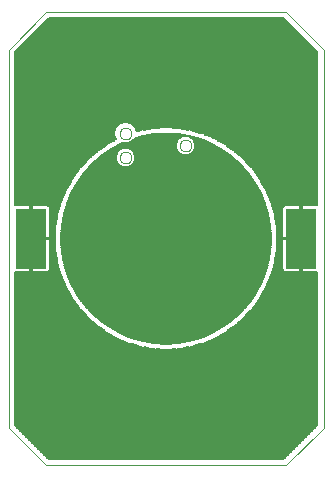
<source format=gbl>
G75*
%MOIN*%
%OFA0B0*%
%FSLAX25Y25*%
%IPPOS*%
%LPD*%
%AMOC8*
5,1,8,0,0,1.08239X$1,22.5*
%
%ADD10C,0.00400*%
%ADD11C,0.35000*%
%ADD12R,0.10000X0.20000*%
%ADD13C,0.00000*%
%ADD14C,0.00500*%
%ADD15C,0.03169*%
D10*
X0013750Y0001250D02*
X0001250Y0013750D01*
X0001250Y0139750D01*
X0013750Y0152250D01*
X0093750Y0152250D01*
X0106250Y0139750D01*
X0106250Y0013750D01*
X0093750Y0001250D01*
X0013750Y0001250D01*
D11*
X0053750Y0076750D03*
D12*
X0098750Y0076750D03*
X0008750Y0076750D03*
D13*
X0038300Y0103750D02*
X0038302Y0103838D01*
X0038308Y0103926D01*
X0038318Y0104014D01*
X0038332Y0104101D01*
X0038350Y0104187D01*
X0038371Y0104272D01*
X0038397Y0104357D01*
X0038426Y0104440D01*
X0038459Y0104522D01*
X0038496Y0104602D01*
X0038536Y0104680D01*
X0038580Y0104757D01*
X0038627Y0104831D01*
X0038678Y0104903D01*
X0038731Y0104973D01*
X0038788Y0105041D01*
X0038848Y0105105D01*
X0038911Y0105167D01*
X0038976Y0105226D01*
X0039044Y0105282D01*
X0039115Y0105335D01*
X0039187Y0105385D01*
X0039262Y0105431D01*
X0039339Y0105474D01*
X0039418Y0105514D01*
X0039499Y0105549D01*
X0039581Y0105582D01*
X0039664Y0105610D01*
X0039749Y0105635D01*
X0039835Y0105655D01*
X0039921Y0105672D01*
X0040008Y0105685D01*
X0040096Y0105694D01*
X0040184Y0105699D01*
X0040272Y0105700D01*
X0040360Y0105697D01*
X0040448Y0105690D01*
X0040535Y0105679D01*
X0040622Y0105664D01*
X0040708Y0105645D01*
X0040794Y0105623D01*
X0040878Y0105596D01*
X0040960Y0105566D01*
X0041042Y0105532D01*
X0041122Y0105494D01*
X0041199Y0105453D01*
X0041275Y0105409D01*
X0041349Y0105361D01*
X0041421Y0105309D01*
X0041490Y0105255D01*
X0041557Y0105197D01*
X0041621Y0105137D01*
X0041682Y0105073D01*
X0041741Y0105007D01*
X0041796Y0104939D01*
X0041848Y0104867D01*
X0041897Y0104794D01*
X0041942Y0104719D01*
X0041984Y0104641D01*
X0042023Y0104562D01*
X0042058Y0104481D01*
X0042089Y0104398D01*
X0042116Y0104315D01*
X0042140Y0104230D01*
X0042160Y0104144D01*
X0042176Y0104057D01*
X0042188Y0103970D01*
X0042196Y0103882D01*
X0042200Y0103794D01*
X0042200Y0103706D01*
X0042196Y0103618D01*
X0042188Y0103530D01*
X0042176Y0103443D01*
X0042160Y0103356D01*
X0042140Y0103270D01*
X0042116Y0103185D01*
X0042089Y0103102D01*
X0042058Y0103019D01*
X0042023Y0102938D01*
X0041984Y0102859D01*
X0041942Y0102781D01*
X0041897Y0102706D01*
X0041848Y0102633D01*
X0041796Y0102561D01*
X0041741Y0102493D01*
X0041682Y0102427D01*
X0041621Y0102363D01*
X0041557Y0102303D01*
X0041490Y0102245D01*
X0041421Y0102191D01*
X0041349Y0102139D01*
X0041275Y0102091D01*
X0041199Y0102047D01*
X0041122Y0102006D01*
X0041042Y0101968D01*
X0040960Y0101934D01*
X0040878Y0101904D01*
X0040794Y0101877D01*
X0040708Y0101855D01*
X0040622Y0101836D01*
X0040535Y0101821D01*
X0040448Y0101810D01*
X0040360Y0101803D01*
X0040272Y0101800D01*
X0040184Y0101801D01*
X0040096Y0101806D01*
X0040008Y0101815D01*
X0039921Y0101828D01*
X0039835Y0101845D01*
X0039749Y0101865D01*
X0039664Y0101890D01*
X0039581Y0101918D01*
X0039499Y0101951D01*
X0039418Y0101986D01*
X0039339Y0102026D01*
X0039262Y0102069D01*
X0039187Y0102115D01*
X0039115Y0102165D01*
X0039044Y0102218D01*
X0038976Y0102274D01*
X0038911Y0102333D01*
X0038848Y0102395D01*
X0038788Y0102459D01*
X0038731Y0102527D01*
X0038678Y0102597D01*
X0038627Y0102669D01*
X0038580Y0102743D01*
X0038536Y0102820D01*
X0038496Y0102898D01*
X0038459Y0102978D01*
X0038426Y0103060D01*
X0038397Y0103143D01*
X0038371Y0103228D01*
X0038350Y0103313D01*
X0038332Y0103399D01*
X0038318Y0103486D01*
X0038308Y0103574D01*
X0038302Y0103662D01*
X0038300Y0103750D01*
X0038300Y0111750D02*
X0038302Y0111838D01*
X0038308Y0111926D01*
X0038318Y0112014D01*
X0038332Y0112101D01*
X0038350Y0112187D01*
X0038371Y0112272D01*
X0038397Y0112357D01*
X0038426Y0112440D01*
X0038459Y0112522D01*
X0038496Y0112602D01*
X0038536Y0112680D01*
X0038580Y0112757D01*
X0038627Y0112831D01*
X0038678Y0112903D01*
X0038731Y0112973D01*
X0038788Y0113041D01*
X0038848Y0113105D01*
X0038911Y0113167D01*
X0038976Y0113226D01*
X0039044Y0113282D01*
X0039115Y0113335D01*
X0039187Y0113385D01*
X0039262Y0113431D01*
X0039339Y0113474D01*
X0039418Y0113514D01*
X0039499Y0113549D01*
X0039581Y0113582D01*
X0039664Y0113610D01*
X0039749Y0113635D01*
X0039835Y0113655D01*
X0039921Y0113672D01*
X0040008Y0113685D01*
X0040096Y0113694D01*
X0040184Y0113699D01*
X0040272Y0113700D01*
X0040360Y0113697D01*
X0040448Y0113690D01*
X0040535Y0113679D01*
X0040622Y0113664D01*
X0040708Y0113645D01*
X0040794Y0113623D01*
X0040878Y0113596D01*
X0040960Y0113566D01*
X0041042Y0113532D01*
X0041122Y0113494D01*
X0041199Y0113453D01*
X0041275Y0113409D01*
X0041349Y0113361D01*
X0041421Y0113309D01*
X0041490Y0113255D01*
X0041557Y0113197D01*
X0041621Y0113137D01*
X0041682Y0113073D01*
X0041741Y0113007D01*
X0041796Y0112939D01*
X0041848Y0112867D01*
X0041897Y0112794D01*
X0041942Y0112719D01*
X0041984Y0112641D01*
X0042023Y0112562D01*
X0042058Y0112481D01*
X0042089Y0112398D01*
X0042116Y0112315D01*
X0042140Y0112230D01*
X0042160Y0112144D01*
X0042176Y0112057D01*
X0042188Y0111970D01*
X0042196Y0111882D01*
X0042200Y0111794D01*
X0042200Y0111706D01*
X0042196Y0111618D01*
X0042188Y0111530D01*
X0042176Y0111443D01*
X0042160Y0111356D01*
X0042140Y0111270D01*
X0042116Y0111185D01*
X0042089Y0111102D01*
X0042058Y0111019D01*
X0042023Y0110938D01*
X0041984Y0110859D01*
X0041942Y0110781D01*
X0041897Y0110706D01*
X0041848Y0110633D01*
X0041796Y0110561D01*
X0041741Y0110493D01*
X0041682Y0110427D01*
X0041621Y0110363D01*
X0041557Y0110303D01*
X0041490Y0110245D01*
X0041421Y0110191D01*
X0041349Y0110139D01*
X0041275Y0110091D01*
X0041199Y0110047D01*
X0041122Y0110006D01*
X0041042Y0109968D01*
X0040960Y0109934D01*
X0040878Y0109904D01*
X0040794Y0109877D01*
X0040708Y0109855D01*
X0040622Y0109836D01*
X0040535Y0109821D01*
X0040448Y0109810D01*
X0040360Y0109803D01*
X0040272Y0109800D01*
X0040184Y0109801D01*
X0040096Y0109806D01*
X0040008Y0109815D01*
X0039921Y0109828D01*
X0039835Y0109845D01*
X0039749Y0109865D01*
X0039664Y0109890D01*
X0039581Y0109918D01*
X0039499Y0109951D01*
X0039418Y0109986D01*
X0039339Y0110026D01*
X0039262Y0110069D01*
X0039187Y0110115D01*
X0039115Y0110165D01*
X0039044Y0110218D01*
X0038976Y0110274D01*
X0038911Y0110333D01*
X0038848Y0110395D01*
X0038788Y0110459D01*
X0038731Y0110527D01*
X0038678Y0110597D01*
X0038627Y0110669D01*
X0038580Y0110743D01*
X0038536Y0110820D01*
X0038496Y0110898D01*
X0038459Y0110978D01*
X0038426Y0111060D01*
X0038397Y0111143D01*
X0038371Y0111228D01*
X0038350Y0111313D01*
X0038332Y0111399D01*
X0038318Y0111486D01*
X0038308Y0111574D01*
X0038302Y0111662D01*
X0038300Y0111750D01*
X0058300Y0107750D02*
X0058302Y0107838D01*
X0058308Y0107926D01*
X0058318Y0108014D01*
X0058332Y0108101D01*
X0058350Y0108187D01*
X0058371Y0108272D01*
X0058397Y0108357D01*
X0058426Y0108440D01*
X0058459Y0108522D01*
X0058496Y0108602D01*
X0058536Y0108680D01*
X0058580Y0108757D01*
X0058627Y0108831D01*
X0058678Y0108903D01*
X0058731Y0108973D01*
X0058788Y0109041D01*
X0058848Y0109105D01*
X0058911Y0109167D01*
X0058976Y0109226D01*
X0059044Y0109282D01*
X0059115Y0109335D01*
X0059187Y0109385D01*
X0059262Y0109431D01*
X0059339Y0109474D01*
X0059418Y0109514D01*
X0059499Y0109549D01*
X0059581Y0109582D01*
X0059664Y0109610D01*
X0059749Y0109635D01*
X0059835Y0109655D01*
X0059921Y0109672D01*
X0060008Y0109685D01*
X0060096Y0109694D01*
X0060184Y0109699D01*
X0060272Y0109700D01*
X0060360Y0109697D01*
X0060448Y0109690D01*
X0060535Y0109679D01*
X0060622Y0109664D01*
X0060708Y0109645D01*
X0060794Y0109623D01*
X0060878Y0109596D01*
X0060960Y0109566D01*
X0061042Y0109532D01*
X0061122Y0109494D01*
X0061199Y0109453D01*
X0061275Y0109409D01*
X0061349Y0109361D01*
X0061421Y0109309D01*
X0061490Y0109255D01*
X0061557Y0109197D01*
X0061621Y0109137D01*
X0061682Y0109073D01*
X0061741Y0109007D01*
X0061796Y0108939D01*
X0061848Y0108867D01*
X0061897Y0108794D01*
X0061942Y0108719D01*
X0061984Y0108641D01*
X0062023Y0108562D01*
X0062058Y0108481D01*
X0062089Y0108398D01*
X0062116Y0108315D01*
X0062140Y0108230D01*
X0062160Y0108144D01*
X0062176Y0108057D01*
X0062188Y0107970D01*
X0062196Y0107882D01*
X0062200Y0107794D01*
X0062200Y0107706D01*
X0062196Y0107618D01*
X0062188Y0107530D01*
X0062176Y0107443D01*
X0062160Y0107356D01*
X0062140Y0107270D01*
X0062116Y0107185D01*
X0062089Y0107102D01*
X0062058Y0107019D01*
X0062023Y0106938D01*
X0061984Y0106859D01*
X0061942Y0106781D01*
X0061897Y0106706D01*
X0061848Y0106633D01*
X0061796Y0106561D01*
X0061741Y0106493D01*
X0061682Y0106427D01*
X0061621Y0106363D01*
X0061557Y0106303D01*
X0061490Y0106245D01*
X0061421Y0106191D01*
X0061349Y0106139D01*
X0061275Y0106091D01*
X0061199Y0106047D01*
X0061122Y0106006D01*
X0061042Y0105968D01*
X0060960Y0105934D01*
X0060878Y0105904D01*
X0060794Y0105877D01*
X0060708Y0105855D01*
X0060622Y0105836D01*
X0060535Y0105821D01*
X0060448Y0105810D01*
X0060360Y0105803D01*
X0060272Y0105800D01*
X0060184Y0105801D01*
X0060096Y0105806D01*
X0060008Y0105815D01*
X0059921Y0105828D01*
X0059835Y0105845D01*
X0059749Y0105865D01*
X0059664Y0105890D01*
X0059581Y0105918D01*
X0059499Y0105951D01*
X0059418Y0105986D01*
X0059339Y0106026D01*
X0059262Y0106069D01*
X0059187Y0106115D01*
X0059115Y0106165D01*
X0059044Y0106218D01*
X0058976Y0106274D01*
X0058911Y0106333D01*
X0058848Y0106395D01*
X0058788Y0106459D01*
X0058731Y0106527D01*
X0058678Y0106597D01*
X0058627Y0106669D01*
X0058580Y0106743D01*
X0058536Y0106820D01*
X0058496Y0106898D01*
X0058459Y0106978D01*
X0058426Y0107060D01*
X0058397Y0107143D01*
X0058371Y0107228D01*
X0058350Y0107313D01*
X0058332Y0107399D01*
X0058318Y0107486D01*
X0058308Y0107574D01*
X0058302Y0107662D01*
X0058300Y0107750D01*
D14*
X0100323Y0010722D02*
X0007177Y0010722D01*
X0006679Y0011220D02*
X0100821Y0011220D01*
X0101320Y0011719D02*
X0006180Y0011719D01*
X0005682Y0012217D02*
X0101818Y0012217D01*
X0102317Y0012716D02*
X0005183Y0012716D01*
X0004685Y0013214D02*
X0102815Y0013214D01*
X0103314Y0013713D02*
X0004186Y0013713D01*
X0003688Y0014211D02*
X0103812Y0014211D01*
X0104200Y0014599D02*
X0092901Y0003300D01*
X0014599Y0003300D01*
X0003300Y0014599D01*
X0003300Y0065576D01*
X0003585Y0065500D01*
X0008500Y0065500D01*
X0008500Y0076500D01*
X0009000Y0076500D01*
X0009000Y0077000D01*
X0008500Y0077000D01*
X0008500Y0088000D01*
X0003585Y0088000D01*
X0003300Y0087923D01*
X0003300Y0138901D01*
X0014599Y0150200D01*
X0092901Y0150200D01*
X0104200Y0138901D01*
X0104200Y0087923D01*
X0103915Y0088000D01*
X0099000Y0088000D01*
X0099000Y0077000D01*
X0098500Y0077000D01*
X0098500Y0088000D01*
X0093585Y0088000D01*
X0093268Y0087915D01*
X0092982Y0087750D01*
X0092750Y0087518D01*
X0092585Y0087232D01*
X0092500Y0086915D01*
X0092500Y0077000D01*
X0098500Y0077000D01*
X0098500Y0076500D01*
X0099000Y0076500D01*
X0099000Y0065500D01*
X0103915Y0065500D01*
X0104200Y0065576D01*
X0104200Y0014599D01*
X0104200Y0014710D02*
X0003300Y0014710D01*
X0003300Y0015208D02*
X0104200Y0015208D01*
X0104200Y0015707D02*
X0003300Y0015707D01*
X0003300Y0016205D02*
X0104200Y0016205D01*
X0104200Y0016704D02*
X0003300Y0016704D01*
X0003300Y0017202D02*
X0104200Y0017202D01*
X0104200Y0017701D02*
X0003300Y0017701D01*
X0003300Y0018199D02*
X0104200Y0018199D01*
X0104200Y0018698D02*
X0003300Y0018698D01*
X0003300Y0019196D02*
X0104200Y0019196D01*
X0104200Y0019695D02*
X0003300Y0019695D01*
X0003300Y0020193D02*
X0104200Y0020193D01*
X0104200Y0020692D02*
X0003300Y0020692D01*
X0003300Y0021190D02*
X0104200Y0021190D01*
X0104200Y0021689D02*
X0003300Y0021689D01*
X0003300Y0022187D02*
X0104200Y0022187D01*
X0104200Y0022686D02*
X0003300Y0022686D01*
X0003300Y0023184D02*
X0104200Y0023184D01*
X0104200Y0023683D02*
X0003300Y0023683D01*
X0003300Y0024182D02*
X0104200Y0024182D01*
X0104200Y0024680D02*
X0003300Y0024680D01*
X0003300Y0025179D02*
X0104200Y0025179D01*
X0104200Y0025677D02*
X0003300Y0025677D01*
X0003300Y0026176D02*
X0104200Y0026176D01*
X0104200Y0026674D02*
X0003300Y0026674D01*
X0003300Y0027173D02*
X0104200Y0027173D01*
X0104200Y0027671D02*
X0003300Y0027671D01*
X0003300Y0028170D02*
X0104200Y0028170D01*
X0104200Y0028668D02*
X0003300Y0028668D01*
X0003300Y0029167D02*
X0104200Y0029167D01*
X0104200Y0029665D02*
X0003300Y0029665D01*
X0003300Y0030164D02*
X0104200Y0030164D01*
X0104200Y0030662D02*
X0003300Y0030662D01*
X0003300Y0031161D02*
X0104200Y0031161D01*
X0104200Y0031659D02*
X0003300Y0031659D01*
X0003300Y0032158D02*
X0104200Y0032158D01*
X0104200Y0032656D02*
X0003300Y0032656D01*
X0003300Y0033155D02*
X0104200Y0033155D01*
X0104200Y0033653D02*
X0003300Y0033653D01*
X0003300Y0034152D02*
X0104200Y0034152D01*
X0104200Y0034650D02*
X0003300Y0034650D01*
X0003300Y0035149D02*
X0104200Y0035149D01*
X0104200Y0035647D02*
X0003300Y0035647D01*
X0003300Y0036146D02*
X0104200Y0036146D01*
X0104200Y0036644D02*
X0003300Y0036644D01*
X0003300Y0037143D02*
X0104200Y0037143D01*
X0104200Y0037641D02*
X0003300Y0037641D01*
X0003300Y0038140D02*
X0104200Y0038140D01*
X0104200Y0038638D02*
X0003300Y0038638D01*
X0003300Y0039137D02*
X0104200Y0039137D01*
X0104200Y0039635D02*
X0054535Y0039635D01*
X0054501Y0039605D02*
X0054601Y0039695D01*
X0057053Y0039832D01*
X0057163Y0039754D01*
X0057904Y0039880D01*
X0058655Y0039922D01*
X0058745Y0040023D01*
X0061166Y0040434D01*
X0061284Y0040369D01*
X0062006Y0040577D01*
X0062748Y0040703D01*
X0062826Y0040813D01*
X0065185Y0041493D01*
X0065310Y0041441D01*
X0066004Y0041729D01*
X0066727Y0041937D01*
X0066792Y0042055D01*
X0069061Y0042995D01*
X0069190Y0042957D01*
X0069849Y0043321D01*
X0070543Y0043609D01*
X0070595Y0043734D01*
X0072744Y0044921D01*
X0072877Y0044899D01*
X0073490Y0045334D01*
X0074148Y0045697D01*
X0074186Y0045827D01*
X0076188Y0047248D01*
X0076323Y0047240D01*
X0076884Y0047741D01*
X0077497Y0048177D01*
X0077519Y0048310D01*
X0079350Y0049946D01*
X0079485Y0049953D01*
X0079986Y0050514D01*
X0080547Y0051015D01*
X0080554Y0051150D01*
X0082190Y0052981D01*
X0082323Y0053003D01*
X0082759Y0053616D01*
X0083260Y0054177D01*
X0083252Y0054312D01*
X0084673Y0056314D01*
X0084803Y0056352D01*
X0085166Y0057010D01*
X0085601Y0057623D01*
X0085579Y0057756D01*
X0086766Y0059905D01*
X0086891Y0059957D01*
X0087179Y0060651D01*
X0087543Y0061310D01*
X0087505Y0061439D01*
X0088445Y0063708D01*
X0088563Y0063773D01*
X0088771Y0064496D01*
X0089059Y0065190D01*
X0089007Y0065315D01*
X0089687Y0067674D01*
X0089797Y0067752D01*
X0089923Y0068494D01*
X0090131Y0069216D01*
X0090066Y0069334D01*
X0090477Y0071755D01*
X0090578Y0071845D01*
X0090620Y0072596D01*
X0090746Y0073337D01*
X0090668Y0073447D01*
X0090805Y0075899D01*
X0090895Y0075999D01*
X0090853Y0076750D01*
X0090895Y0077501D01*
X0090805Y0077601D01*
X0090668Y0080053D01*
X0090746Y0080163D01*
X0090620Y0080904D01*
X0090578Y0081655D01*
X0090477Y0081745D01*
X0090066Y0084166D01*
X0090131Y0084284D01*
X0089923Y0085006D01*
X0089797Y0085748D01*
X0089687Y0085826D01*
X0089007Y0088185D01*
X0089059Y0088310D01*
X0088771Y0089004D01*
X0088563Y0089727D01*
X0088445Y0089792D01*
X0087505Y0092061D01*
X0087543Y0092190D01*
X0087179Y0092849D01*
X0086891Y0093543D01*
X0086766Y0093595D01*
X0085579Y0095744D01*
X0085601Y0095877D01*
X0085166Y0096490D01*
X0084803Y0097148D01*
X0084673Y0097186D01*
X0083252Y0099188D01*
X0083260Y0099323D01*
X0082759Y0099884D01*
X0082323Y0100497D01*
X0082190Y0100519D01*
X0080554Y0102350D01*
X0080547Y0102485D01*
X0079986Y0102986D01*
X0079485Y0103547D01*
X0079350Y0103554D01*
X0077519Y0105190D01*
X0077497Y0105323D01*
X0076884Y0105759D01*
X0076323Y0106260D01*
X0076188Y0106252D01*
X0074186Y0107673D01*
X0074148Y0107803D01*
X0073490Y0108166D01*
X0072877Y0108601D01*
X0072744Y0108579D01*
X0070595Y0109766D01*
X0070543Y0109891D01*
X0069849Y0110179D01*
X0069190Y0110543D01*
X0069061Y0110505D01*
X0066792Y0111445D01*
X0066727Y0111563D01*
X0066004Y0111771D01*
X0065310Y0112059D01*
X0065185Y0112007D01*
X0062826Y0112687D01*
X0062748Y0112797D01*
X0062006Y0112923D01*
X0061284Y0113131D01*
X0061166Y0113066D01*
X0058745Y0113477D01*
X0058655Y0113578D01*
X0057904Y0113620D01*
X0057163Y0113746D01*
X0057053Y0113668D01*
X0054601Y0113805D01*
X0054501Y0113895D01*
X0053750Y0113853D01*
X0052999Y0113895D01*
X0052899Y0113805D01*
X0050447Y0113668D01*
X0050337Y0113746D01*
X0049596Y0113620D01*
X0048845Y0113578D01*
X0048755Y0113477D01*
X0046334Y0113066D01*
X0046216Y0113131D01*
X0045494Y0112923D01*
X0044752Y0112797D01*
X0044674Y0112687D01*
X0044050Y0112507D01*
X0043471Y0113903D01*
X0042403Y0114971D01*
X0041006Y0115550D01*
X0039494Y0115550D01*
X0038097Y0114971D01*
X0037029Y0113903D01*
X0036450Y0112506D01*
X0036450Y0110994D01*
X0036932Y0109831D01*
X0036905Y0109766D01*
X0034756Y0108579D01*
X0034623Y0108601D01*
X0034010Y0108166D01*
X0033352Y0107803D01*
X0033314Y0107673D01*
X0031312Y0106252D01*
X0031177Y0106260D01*
X0030616Y0105759D01*
X0030003Y0105323D01*
X0029981Y0105190D01*
X0028150Y0103554D01*
X0028015Y0103547D01*
X0027514Y0102986D01*
X0026953Y0102485D01*
X0026946Y0102350D01*
X0025310Y0100519D01*
X0025177Y0100497D01*
X0024741Y0099884D01*
X0024240Y0099323D01*
X0024248Y0099188D01*
X0022827Y0097186D01*
X0022697Y0097148D01*
X0022334Y0096490D01*
X0021899Y0095877D01*
X0021921Y0095744D01*
X0020734Y0093595D01*
X0020609Y0093543D01*
X0020321Y0092849D01*
X0019957Y0092190D01*
X0019995Y0092061D01*
X0019055Y0089792D01*
X0018937Y0089727D01*
X0018729Y0089004D01*
X0018441Y0088310D01*
X0018493Y0088185D01*
X0017813Y0085826D01*
X0017703Y0085748D01*
X0017577Y0085006D01*
X0017369Y0084284D01*
X0017434Y0084166D01*
X0017023Y0081745D01*
X0016922Y0081655D01*
X0016880Y0080904D01*
X0016754Y0080163D01*
X0016832Y0080053D01*
X0016695Y0077601D01*
X0016605Y0077501D01*
X0016647Y0076750D01*
X0016605Y0075999D01*
X0016695Y0075899D01*
X0016832Y0073447D01*
X0016754Y0073337D01*
X0016880Y0072596D01*
X0016922Y0071845D01*
X0017023Y0071755D01*
X0017434Y0069334D01*
X0017369Y0069216D01*
X0017577Y0068494D01*
X0017703Y0067752D01*
X0017813Y0067674D01*
X0018493Y0065315D01*
X0018441Y0065190D01*
X0018729Y0064496D01*
X0018937Y0063773D01*
X0019055Y0063708D01*
X0019995Y0061439D01*
X0019957Y0061310D01*
X0020321Y0060651D01*
X0020609Y0059957D01*
X0020734Y0059905D01*
X0021921Y0057756D01*
X0021899Y0057623D01*
X0022334Y0057010D01*
X0022697Y0056352D01*
X0022827Y0056314D01*
X0024248Y0054312D01*
X0024240Y0054177D01*
X0024741Y0053616D01*
X0025177Y0053003D01*
X0025310Y0052981D01*
X0026946Y0051150D01*
X0026953Y0051015D01*
X0027514Y0050514D01*
X0028015Y0049953D01*
X0028150Y0049946D01*
X0029981Y0048310D01*
X0030003Y0048177D01*
X0030616Y0047741D01*
X0031177Y0047240D01*
X0031312Y0047248D01*
X0033314Y0045827D01*
X0033352Y0045697D01*
X0034010Y0045334D01*
X0034623Y0044899D01*
X0034756Y0044921D01*
X0036905Y0043734D01*
X0036957Y0043609D01*
X0037651Y0043321D01*
X0038310Y0042957D01*
X0038439Y0042995D01*
X0040708Y0042055D01*
X0040773Y0041937D01*
X0041496Y0041729D01*
X0042190Y0041441D01*
X0042315Y0041493D01*
X0044674Y0040813D01*
X0044752Y0040703D01*
X0045494Y0040577D01*
X0046216Y0040369D01*
X0046334Y0040434D01*
X0048755Y0040023D01*
X0048845Y0039922D01*
X0049596Y0039880D01*
X0050337Y0039754D01*
X0050447Y0039832D01*
X0052899Y0039695D01*
X0052999Y0039605D01*
X0053750Y0039647D01*
X0054501Y0039605D01*
X0053952Y0039635D02*
X0053548Y0039635D01*
X0052965Y0039635D02*
X0003300Y0039635D01*
X0003300Y0040134D02*
X0048101Y0040134D01*
X0048902Y0042128D02*
X0058598Y0042128D01*
X0057669Y0041970D02*
X0053750Y0041750D01*
X0049831Y0041970D01*
X0045962Y0042628D01*
X0042190Y0043714D01*
X0038564Y0045216D01*
X0035129Y0047115D01*
X0031928Y0049386D01*
X0029001Y0052001D01*
X0026386Y0054928D01*
X0024115Y0058129D01*
X0022216Y0061564D01*
X0020714Y0065190D01*
X0019628Y0068962D01*
X0018970Y0072831D01*
X0018750Y0076750D01*
X0018970Y0080669D01*
X0019628Y0084538D01*
X0020714Y0088310D01*
X0022216Y0091936D01*
X0024115Y0095371D01*
X0026386Y0098572D01*
X0029001Y0101499D01*
X0031928Y0104114D01*
X0035129Y0106385D01*
X0038564Y0108284D01*
X0039410Y0108634D01*
X0039613Y0108550D01*
X0040887Y0108550D01*
X0042063Y0109037D01*
X0042963Y0109937D01*
X0042996Y0110018D01*
X0045962Y0110872D01*
X0049831Y0111530D01*
X0053750Y0111750D01*
X0057669Y0111530D01*
X0061538Y0110872D01*
X0065310Y0109786D01*
X0068936Y0108284D01*
X0072371Y0106385D01*
X0075572Y0104114D01*
X0078499Y0101499D01*
X0081114Y0098572D01*
X0083385Y0095371D01*
X0085284Y0091936D01*
X0086786Y0088310D01*
X0087872Y0084538D01*
X0088530Y0080669D01*
X0088750Y0076750D01*
X0088530Y0072831D01*
X0087872Y0068962D01*
X0086786Y0065190D01*
X0085284Y0061564D01*
X0083385Y0058129D01*
X0081114Y0054928D01*
X0078499Y0052001D01*
X0075572Y0049386D01*
X0072371Y0047115D01*
X0068936Y0045216D01*
X0065310Y0043714D01*
X0061538Y0042628D01*
X0057669Y0041970D01*
X0059399Y0040134D02*
X0104200Y0040134D01*
X0104200Y0040632D02*
X0062333Y0040632D01*
X0061532Y0042626D02*
X0045968Y0042626D01*
X0044235Y0043125D02*
X0063265Y0043125D01*
X0064995Y0043623D02*
X0042505Y0043623D01*
X0041206Y0044122D02*
X0066295Y0044122D01*
X0067498Y0044620D02*
X0040002Y0044620D01*
X0038798Y0045119D02*
X0068702Y0045119D01*
X0069662Y0045618D02*
X0037838Y0045618D01*
X0036936Y0046116D02*
X0070564Y0046116D01*
X0071466Y0046615D02*
X0036034Y0046615D01*
X0035132Y0047113D02*
X0072368Y0047113D01*
X0073071Y0047612D02*
X0034429Y0047612D01*
X0033726Y0048110D02*
X0073774Y0048110D01*
X0074477Y0048609D02*
X0033023Y0048609D01*
X0032321Y0049107D02*
X0075179Y0049107D01*
X0075818Y0049606D02*
X0031682Y0049606D01*
X0031124Y0050104D02*
X0076376Y0050104D01*
X0076934Y0050603D02*
X0030566Y0050603D01*
X0030009Y0051101D02*
X0077491Y0051101D01*
X0078049Y0051600D02*
X0029451Y0051600D01*
X0028915Y0052098D02*
X0078585Y0052098D01*
X0079031Y0052597D02*
X0028469Y0052597D01*
X0028024Y0053095D02*
X0079476Y0053095D01*
X0079922Y0053594D02*
X0027578Y0053594D01*
X0027133Y0054092D02*
X0080367Y0054092D01*
X0080813Y0054591D02*
X0026687Y0054591D01*
X0026271Y0055089D02*
X0081229Y0055089D01*
X0081582Y0055588D02*
X0025918Y0055588D01*
X0025564Y0056086D02*
X0081936Y0056086D01*
X0082290Y0056585D02*
X0025210Y0056585D01*
X0024857Y0057083D02*
X0082643Y0057083D01*
X0082997Y0057582D02*
X0024503Y0057582D01*
X0024149Y0058080D02*
X0083351Y0058080D01*
X0083634Y0058579D02*
X0023866Y0058579D01*
X0023590Y0059077D02*
X0083910Y0059077D01*
X0084185Y0059576D02*
X0023315Y0059576D01*
X0023039Y0060074D02*
X0084461Y0060074D01*
X0084736Y0060573D02*
X0022764Y0060573D01*
X0022488Y0061071D02*
X0085012Y0061071D01*
X0085286Y0061570D02*
X0022214Y0061570D01*
X0022007Y0062068D02*
X0085493Y0062068D01*
X0085699Y0062567D02*
X0021801Y0062567D01*
X0021594Y0063065D02*
X0085906Y0063065D01*
X0086112Y0063564D02*
X0021388Y0063564D01*
X0021181Y0064062D02*
X0086319Y0064062D01*
X0086525Y0064561D02*
X0020975Y0064561D01*
X0020768Y0065059D02*
X0086732Y0065059D01*
X0086892Y0065558D02*
X0020608Y0065558D01*
X0020465Y0066056D02*
X0087035Y0066056D01*
X0087179Y0066555D02*
X0020321Y0066555D01*
X0020177Y0067053D02*
X0087323Y0067053D01*
X0087466Y0067552D02*
X0020034Y0067552D01*
X0019890Y0068051D02*
X0087610Y0068051D01*
X0087754Y0068549D02*
X0019746Y0068549D01*
X0019613Y0069048D02*
X0087887Y0069048D01*
X0087972Y0069546D02*
X0019528Y0069546D01*
X0019444Y0070045D02*
X0088056Y0070045D01*
X0088141Y0070543D02*
X0019359Y0070543D01*
X0019274Y0071042D02*
X0088226Y0071042D01*
X0088311Y0071540D02*
X0019189Y0071540D01*
X0019105Y0072039D02*
X0088395Y0072039D01*
X0088480Y0072537D02*
X0019020Y0072537D01*
X0018959Y0073036D02*
X0088541Y0073036D01*
X0088569Y0073534D02*
X0018931Y0073534D01*
X0018903Y0074033D02*
X0088597Y0074033D01*
X0088625Y0074531D02*
X0018875Y0074531D01*
X0018847Y0075030D02*
X0088653Y0075030D01*
X0088681Y0075528D02*
X0018819Y0075528D01*
X0018791Y0076027D02*
X0088709Y0076027D01*
X0088737Y0076525D02*
X0018763Y0076525D01*
X0018765Y0077024D02*
X0088735Y0077024D01*
X0088707Y0077522D02*
X0018793Y0077522D01*
X0018821Y0078021D02*
X0088679Y0078021D01*
X0088651Y0078519D02*
X0018849Y0078519D01*
X0018877Y0079018D02*
X0088623Y0079018D01*
X0088595Y0079516D02*
X0018905Y0079516D01*
X0018933Y0080015D02*
X0088567Y0080015D01*
X0088539Y0080513D02*
X0018961Y0080513D01*
X0019028Y0081012D02*
X0088472Y0081012D01*
X0088387Y0081510D02*
X0019113Y0081510D01*
X0019198Y0082009D02*
X0088302Y0082009D01*
X0088218Y0082507D02*
X0019282Y0082507D01*
X0019367Y0083006D02*
X0088133Y0083006D01*
X0088048Y0083504D02*
X0019452Y0083504D01*
X0019537Y0084003D02*
X0087963Y0084003D01*
X0087879Y0084501D02*
X0019621Y0084501D01*
X0019761Y0085000D02*
X0087739Y0085000D01*
X0087596Y0085498D02*
X0019904Y0085498D01*
X0020048Y0085997D02*
X0087452Y0085997D01*
X0087309Y0086495D02*
X0020191Y0086495D01*
X0020335Y0086994D02*
X0087165Y0086994D01*
X0087021Y0087492D02*
X0020479Y0087492D01*
X0020622Y0087991D02*
X0086878Y0087991D01*
X0086711Y0088489D02*
X0020789Y0088489D01*
X0020995Y0088988D02*
X0086505Y0088988D01*
X0086298Y0089487D02*
X0021202Y0089487D01*
X0021408Y0089985D02*
X0086092Y0089985D01*
X0085886Y0090484D02*
X0021614Y0090484D01*
X0021821Y0090982D02*
X0085679Y0090982D01*
X0085473Y0091481D02*
X0022027Y0091481D01*
X0022240Y0091979D02*
X0085260Y0091979D01*
X0084985Y0092478D02*
X0022515Y0092478D01*
X0022791Y0092976D02*
X0084709Y0092976D01*
X0084434Y0093475D02*
X0023066Y0093475D01*
X0023342Y0093973D02*
X0084158Y0093973D01*
X0083882Y0094472D02*
X0023618Y0094472D01*
X0023893Y0094970D02*
X0083607Y0094970D01*
X0083316Y0095469D02*
X0024184Y0095469D01*
X0024538Y0095967D02*
X0082962Y0095967D01*
X0082609Y0096466D02*
X0024891Y0096466D01*
X0025245Y0096964D02*
X0082255Y0096964D01*
X0081901Y0097463D02*
X0025599Y0097463D01*
X0025952Y0097961D02*
X0081548Y0097961D01*
X0081194Y0098460D02*
X0026306Y0098460D01*
X0026731Y0098958D02*
X0080769Y0098958D01*
X0080324Y0099457D02*
X0027176Y0099457D01*
X0027622Y0099955D02*
X0079878Y0099955D01*
X0079433Y0100454D02*
X0028067Y0100454D01*
X0028513Y0100952D02*
X0038642Y0100952D01*
X0038437Y0101037D02*
X0039613Y0100550D01*
X0040887Y0100550D01*
X0042063Y0101037D01*
X0042963Y0101937D01*
X0043450Y0103113D01*
X0043450Y0104387D01*
X0042963Y0105563D01*
X0042063Y0106463D01*
X0040887Y0106950D01*
X0039613Y0106950D01*
X0038437Y0106463D01*
X0037537Y0105563D01*
X0037050Y0104387D01*
X0037050Y0103113D01*
X0037537Y0101937D01*
X0038437Y0101037D01*
X0038024Y0101451D02*
X0028958Y0101451D01*
X0029505Y0101949D02*
X0037532Y0101949D01*
X0037326Y0102448D02*
X0030063Y0102448D01*
X0030621Y0102946D02*
X0037119Y0102946D01*
X0037050Y0103445D02*
X0031179Y0103445D01*
X0031737Y0103943D02*
X0037050Y0103943D01*
X0037073Y0104442D02*
X0032390Y0104442D01*
X0033092Y0104940D02*
X0037279Y0104940D01*
X0037486Y0105439D02*
X0033795Y0105439D01*
X0034498Y0105937D02*
X0037912Y0105937D01*
X0038410Y0106436D02*
X0035220Y0106436D01*
X0036122Y0106934D02*
X0039576Y0106934D01*
X0038917Y0108430D02*
X0057068Y0108430D01*
X0057050Y0108387D02*
X0057050Y0107113D01*
X0057537Y0105937D01*
X0058437Y0105037D01*
X0059613Y0104550D01*
X0060887Y0104550D01*
X0062063Y0105037D01*
X0062963Y0105937D01*
X0063450Y0107113D01*
X0063450Y0108387D01*
X0062963Y0109563D01*
X0062063Y0110463D01*
X0060887Y0110950D01*
X0059613Y0110950D01*
X0058437Y0110463D01*
X0057537Y0109563D01*
X0057050Y0108387D01*
X0057050Y0107931D02*
X0037926Y0107931D01*
X0037024Y0107433D02*
X0057050Y0107433D01*
X0057124Y0106934D02*
X0040924Y0106934D01*
X0042090Y0106436D02*
X0057331Y0106436D01*
X0057537Y0105937D02*
X0042588Y0105937D01*
X0043014Y0105439D02*
X0058036Y0105439D01*
X0058671Y0104940D02*
X0043221Y0104940D01*
X0043427Y0104442D02*
X0075110Y0104442D01*
X0075763Y0103943D02*
X0043450Y0103943D01*
X0043450Y0103445D02*
X0076321Y0103445D01*
X0076879Y0102946D02*
X0043381Y0102946D01*
X0043174Y0102448D02*
X0077437Y0102448D01*
X0077995Y0101949D02*
X0042968Y0101949D01*
X0042476Y0101451D02*
X0078542Y0101451D01*
X0078987Y0100952D02*
X0041858Y0100952D01*
X0041800Y0108928D02*
X0057274Y0108928D01*
X0057481Y0109427D02*
X0042452Y0109427D01*
X0042951Y0109925D02*
X0057900Y0109925D01*
X0058398Y0110424D02*
X0044405Y0110424D01*
X0046256Y0110922D02*
X0059547Y0110922D01*
X0058310Y0111421D02*
X0049190Y0111421D01*
X0048390Y0113415D02*
X0043673Y0113415D01*
X0043880Y0112917D02*
X0045455Y0112917D01*
X0043460Y0113914D02*
X0104200Y0113914D01*
X0104200Y0114412D02*
X0042962Y0114412D01*
X0042463Y0114911D02*
X0104200Y0114911D01*
X0104200Y0115409D02*
X0041346Y0115409D01*
X0039154Y0115409D02*
X0003300Y0115409D01*
X0003300Y0114911D02*
X0038037Y0114911D01*
X0037538Y0114412D02*
X0003300Y0114412D01*
X0003300Y0113914D02*
X0037040Y0113914D01*
X0036827Y0113415D02*
X0003300Y0113415D01*
X0003300Y0112917D02*
X0036620Y0112917D01*
X0036450Y0112418D02*
X0003300Y0112418D01*
X0003300Y0111920D02*
X0036450Y0111920D01*
X0036450Y0111421D02*
X0003300Y0111421D01*
X0003300Y0110922D02*
X0036480Y0110922D01*
X0036686Y0110424D02*
X0003300Y0110424D01*
X0003300Y0109925D02*
X0036893Y0109925D01*
X0036291Y0109427D02*
X0003300Y0109427D01*
X0003300Y0108928D02*
X0035389Y0108928D01*
X0034381Y0108430D02*
X0003300Y0108430D01*
X0003300Y0107931D02*
X0033585Y0107931D01*
X0032976Y0107433D02*
X0003300Y0107433D01*
X0003300Y0106934D02*
X0032274Y0106934D01*
X0031571Y0106436D02*
X0003300Y0106436D01*
X0003300Y0105937D02*
X0030817Y0105937D01*
X0030166Y0105439D02*
X0003300Y0105439D01*
X0003300Y0104940D02*
X0029701Y0104940D01*
X0029143Y0104442D02*
X0003300Y0104442D01*
X0003300Y0103943D02*
X0028585Y0103943D01*
X0027924Y0103445D02*
X0003300Y0103445D01*
X0003300Y0102946D02*
X0027470Y0102946D01*
X0026951Y0102448D02*
X0003300Y0102448D01*
X0003300Y0101949D02*
X0026588Y0101949D01*
X0026142Y0101451D02*
X0003300Y0101451D01*
X0003300Y0100952D02*
X0025697Y0100952D01*
X0025146Y0100454D02*
X0003300Y0100454D01*
X0003300Y0099955D02*
X0024792Y0099955D01*
X0024360Y0099457D02*
X0003300Y0099457D01*
X0003300Y0098958D02*
X0024085Y0098958D01*
X0023731Y0098460D02*
X0003300Y0098460D01*
X0003300Y0097961D02*
X0023378Y0097961D01*
X0023024Y0097463D02*
X0003300Y0097463D01*
X0003300Y0096964D02*
X0022596Y0096964D01*
X0022316Y0096466D02*
X0003300Y0096466D01*
X0003300Y0095967D02*
X0021963Y0095967D01*
X0021769Y0095469D02*
X0003300Y0095469D01*
X0003300Y0094970D02*
X0021494Y0094970D01*
X0021218Y0094472D02*
X0003300Y0094472D01*
X0003300Y0093973D02*
X0020943Y0093973D01*
X0020580Y0093475D02*
X0003300Y0093475D01*
X0003300Y0092976D02*
X0020374Y0092976D01*
X0020116Y0092478D02*
X0003300Y0092478D01*
X0003300Y0091979D02*
X0019961Y0091979D01*
X0019754Y0091481D02*
X0003300Y0091481D01*
X0003300Y0090982D02*
X0019548Y0090982D01*
X0019341Y0090484D02*
X0003300Y0090484D01*
X0003300Y0089985D02*
X0019135Y0089985D01*
X0018868Y0089487D02*
X0003300Y0089487D01*
X0003300Y0088988D02*
X0018722Y0088988D01*
X0018516Y0088489D02*
X0003300Y0088489D01*
X0003300Y0087991D02*
X0003552Y0087991D01*
X0008500Y0087991D02*
X0009000Y0087991D01*
X0009000Y0088000D02*
X0009000Y0077000D01*
X0015000Y0077000D01*
X0015000Y0086915D01*
X0014915Y0087232D01*
X0014750Y0087518D01*
X0014518Y0087750D01*
X0014232Y0087915D01*
X0013915Y0088000D01*
X0009000Y0088000D01*
X0009000Y0087492D02*
X0008500Y0087492D01*
X0008500Y0086994D02*
X0009000Y0086994D01*
X0009000Y0086495D02*
X0008500Y0086495D01*
X0008500Y0085997D02*
X0009000Y0085997D01*
X0009000Y0085498D02*
X0008500Y0085498D01*
X0008500Y0085000D02*
X0009000Y0085000D01*
X0009000Y0084501D02*
X0008500Y0084501D01*
X0008500Y0084003D02*
X0009000Y0084003D01*
X0009000Y0083504D02*
X0008500Y0083504D01*
X0008500Y0083006D02*
X0009000Y0083006D01*
X0009000Y0082507D02*
X0008500Y0082507D01*
X0008500Y0082009D02*
X0009000Y0082009D01*
X0009000Y0081510D02*
X0008500Y0081510D01*
X0008500Y0081012D02*
X0009000Y0081012D01*
X0009000Y0080513D02*
X0008500Y0080513D01*
X0008500Y0080015D02*
X0009000Y0080015D01*
X0009000Y0079516D02*
X0008500Y0079516D01*
X0008500Y0079018D02*
X0009000Y0079018D01*
X0009000Y0078519D02*
X0008500Y0078519D01*
X0008500Y0078021D02*
X0009000Y0078021D01*
X0009000Y0077522D02*
X0008500Y0077522D01*
X0008500Y0077024D02*
X0009000Y0077024D01*
X0009000Y0076525D02*
X0016634Y0076525D01*
X0016631Y0077024D02*
X0015000Y0077024D01*
X0015000Y0077522D02*
X0016624Y0077522D01*
X0016718Y0078021D02*
X0015000Y0078021D01*
X0015000Y0078519D02*
X0016746Y0078519D01*
X0016774Y0079018D02*
X0015000Y0079018D01*
X0015000Y0079516D02*
X0016802Y0079516D01*
X0016830Y0080015D02*
X0015000Y0080015D01*
X0015000Y0080513D02*
X0016814Y0080513D01*
X0016886Y0081012D02*
X0015000Y0081012D01*
X0015000Y0081510D02*
X0016914Y0081510D01*
X0017068Y0082009D02*
X0015000Y0082009D01*
X0015000Y0082507D02*
X0017152Y0082507D01*
X0017237Y0083006D02*
X0015000Y0083006D01*
X0015000Y0083504D02*
X0017322Y0083504D01*
X0017406Y0084003D02*
X0015000Y0084003D01*
X0015000Y0084501D02*
X0017432Y0084501D01*
X0017575Y0085000D02*
X0015000Y0085000D01*
X0015000Y0085498D02*
X0017661Y0085498D01*
X0017862Y0085997D02*
X0015000Y0085997D01*
X0015000Y0086495D02*
X0018006Y0086495D01*
X0018150Y0086994D02*
X0014979Y0086994D01*
X0014765Y0087492D02*
X0018293Y0087492D01*
X0018437Y0087991D02*
X0013948Y0087991D01*
X0015000Y0076500D02*
X0009000Y0076500D01*
X0009000Y0065500D01*
X0013915Y0065500D01*
X0014232Y0065585D01*
X0014518Y0065750D01*
X0014750Y0065982D01*
X0014915Y0066268D01*
X0015000Y0066585D01*
X0015000Y0076500D01*
X0015000Y0076027D02*
X0016606Y0076027D01*
X0016715Y0075528D02*
X0015000Y0075528D01*
X0015000Y0075030D02*
X0016743Y0075030D01*
X0016771Y0074531D02*
X0015000Y0074531D01*
X0015000Y0074033D02*
X0016799Y0074033D01*
X0016827Y0073534D02*
X0015000Y0073534D01*
X0015000Y0073036D02*
X0016805Y0073036D01*
X0016883Y0072537D02*
X0015000Y0072537D01*
X0015000Y0072039D02*
X0016911Y0072039D01*
X0017059Y0071540D02*
X0015000Y0071540D01*
X0015000Y0071042D02*
X0017144Y0071042D01*
X0017229Y0070543D02*
X0015000Y0070543D01*
X0015000Y0070045D02*
X0017313Y0070045D01*
X0017398Y0069546D02*
X0015000Y0069546D01*
X0015000Y0069048D02*
X0017417Y0069048D01*
X0017561Y0068549D02*
X0015000Y0068549D01*
X0015000Y0068051D02*
X0017652Y0068051D01*
X0017848Y0067552D02*
X0015000Y0067552D01*
X0015000Y0067053D02*
X0017992Y0067053D01*
X0018135Y0066555D02*
X0014992Y0066555D01*
X0014793Y0066056D02*
X0018279Y0066056D01*
X0018423Y0065558D02*
X0014131Y0065558D01*
X0018495Y0065059D02*
X0003300Y0065059D01*
X0003300Y0064561D02*
X0018702Y0064561D01*
X0018854Y0064062D02*
X0003300Y0064062D01*
X0003300Y0063564D02*
X0019115Y0063564D01*
X0019321Y0063065D02*
X0003300Y0063065D01*
X0003300Y0062567D02*
X0019528Y0062567D01*
X0019734Y0062068D02*
X0003300Y0062068D01*
X0003300Y0061570D02*
X0019941Y0061570D01*
X0020089Y0061071D02*
X0003300Y0061071D01*
X0003300Y0060573D02*
X0020354Y0060573D01*
X0020560Y0060074D02*
X0003300Y0060074D01*
X0003300Y0059576D02*
X0020916Y0059576D01*
X0021191Y0059077D02*
X0003300Y0059077D01*
X0003300Y0058579D02*
X0021467Y0058579D01*
X0021742Y0058080D02*
X0003300Y0058080D01*
X0003300Y0057582D02*
X0021928Y0057582D01*
X0022282Y0057083D02*
X0003300Y0057083D01*
X0003300Y0056585D02*
X0022569Y0056585D01*
X0022989Y0056086D02*
X0003300Y0056086D01*
X0003300Y0055588D02*
X0023343Y0055588D01*
X0023696Y0055089D02*
X0003300Y0055089D01*
X0003300Y0054591D02*
X0024050Y0054591D01*
X0024316Y0054092D02*
X0003300Y0054092D01*
X0003300Y0053594D02*
X0024758Y0053594D01*
X0025111Y0053095D02*
X0003300Y0053095D01*
X0003300Y0052597D02*
X0025653Y0052597D01*
X0026098Y0052098D02*
X0003300Y0052098D01*
X0003300Y0051600D02*
X0026544Y0051600D01*
X0026949Y0051101D02*
X0003300Y0051101D01*
X0003300Y0050603D02*
X0027415Y0050603D01*
X0027880Y0050104D02*
X0003300Y0050104D01*
X0003300Y0049606D02*
X0028531Y0049606D01*
X0029088Y0049107D02*
X0003300Y0049107D01*
X0003300Y0048609D02*
X0029646Y0048609D01*
X0030097Y0048110D02*
X0003300Y0048110D01*
X0003300Y0047612D02*
X0030762Y0047612D01*
X0031502Y0047113D02*
X0003300Y0047113D01*
X0003300Y0046615D02*
X0032205Y0046615D01*
X0032907Y0046116D02*
X0003300Y0046116D01*
X0003300Y0045618D02*
X0033496Y0045618D01*
X0034312Y0045119D02*
X0003300Y0045119D01*
X0003300Y0044620D02*
X0035300Y0044620D01*
X0036202Y0044122D02*
X0003300Y0044122D01*
X0003300Y0043623D02*
X0036951Y0043623D01*
X0038006Y0043125D02*
X0003300Y0043125D01*
X0003300Y0042626D02*
X0039329Y0042626D01*
X0040532Y0042128D02*
X0003300Y0042128D01*
X0003300Y0041629D02*
X0041736Y0041629D01*
X0043571Y0041131D02*
X0003300Y0041131D01*
X0003300Y0040632D02*
X0045167Y0040632D01*
X0060750Y0052250D02*
X0061750Y0052250D01*
X0065764Y0041629D02*
X0104200Y0041629D01*
X0104200Y0041131D02*
X0063929Y0041131D01*
X0066968Y0042128D02*
X0104200Y0042128D01*
X0104200Y0042626D02*
X0068171Y0042626D01*
X0069494Y0043125D02*
X0104200Y0043125D01*
X0104200Y0043623D02*
X0070549Y0043623D01*
X0071298Y0044122D02*
X0104200Y0044122D01*
X0104200Y0044620D02*
X0072200Y0044620D01*
X0073188Y0045119D02*
X0104200Y0045119D01*
X0104200Y0045618D02*
X0074004Y0045618D01*
X0074593Y0046116D02*
X0104200Y0046116D01*
X0104200Y0046615D02*
X0075295Y0046615D01*
X0075998Y0047113D02*
X0104200Y0047113D01*
X0104200Y0047612D02*
X0076738Y0047612D01*
X0077403Y0048110D02*
X0104200Y0048110D01*
X0104200Y0048609D02*
X0077854Y0048609D01*
X0078412Y0049107D02*
X0104200Y0049107D01*
X0104200Y0049606D02*
X0078969Y0049606D01*
X0079620Y0050104D02*
X0104200Y0050104D01*
X0104200Y0050603D02*
X0080085Y0050603D01*
X0080551Y0051101D02*
X0104200Y0051101D01*
X0104200Y0051600D02*
X0080956Y0051600D01*
X0081402Y0052098D02*
X0104200Y0052098D01*
X0104200Y0052597D02*
X0081847Y0052597D01*
X0082389Y0053095D02*
X0104200Y0053095D01*
X0104200Y0053594D02*
X0082742Y0053594D01*
X0083184Y0054092D02*
X0104200Y0054092D01*
X0104200Y0054591D02*
X0083450Y0054591D01*
X0083803Y0055089D02*
X0104200Y0055089D01*
X0104200Y0055588D02*
X0084157Y0055588D01*
X0084511Y0056086D02*
X0104200Y0056086D01*
X0104200Y0056585D02*
X0084931Y0056585D01*
X0085218Y0057083D02*
X0104200Y0057083D01*
X0104200Y0057582D02*
X0085572Y0057582D01*
X0085758Y0058080D02*
X0104200Y0058080D01*
X0104200Y0058579D02*
X0086033Y0058579D01*
X0086309Y0059077D02*
X0104200Y0059077D01*
X0104200Y0059576D02*
X0086584Y0059576D01*
X0086940Y0060074D02*
X0104200Y0060074D01*
X0104200Y0060573D02*
X0087146Y0060573D01*
X0087411Y0061071D02*
X0104200Y0061071D01*
X0104200Y0061570D02*
X0087559Y0061570D01*
X0087766Y0062068D02*
X0104200Y0062068D01*
X0104200Y0062567D02*
X0087972Y0062567D01*
X0088179Y0063065D02*
X0104200Y0063065D01*
X0104200Y0063564D02*
X0088385Y0063564D01*
X0088646Y0064062D02*
X0104200Y0064062D01*
X0104200Y0064561D02*
X0088798Y0064561D01*
X0089005Y0065059D02*
X0104200Y0065059D01*
X0104200Y0065558D02*
X0104131Y0065558D01*
X0099000Y0065558D02*
X0098500Y0065558D01*
X0098500Y0065500D02*
X0098500Y0076500D01*
X0092500Y0076500D01*
X0092500Y0066585D01*
X0092585Y0066268D01*
X0092750Y0065982D01*
X0092982Y0065750D01*
X0093268Y0065585D01*
X0093585Y0065500D01*
X0098500Y0065500D01*
X0098500Y0066056D02*
X0099000Y0066056D01*
X0099000Y0066555D02*
X0098500Y0066555D01*
X0098500Y0067053D02*
X0099000Y0067053D01*
X0099000Y0067552D02*
X0098500Y0067552D01*
X0098500Y0068051D02*
X0099000Y0068051D01*
X0099000Y0068549D02*
X0098500Y0068549D01*
X0098500Y0069048D02*
X0099000Y0069048D01*
X0099000Y0069546D02*
X0098500Y0069546D01*
X0098500Y0070045D02*
X0099000Y0070045D01*
X0099000Y0070543D02*
X0098500Y0070543D01*
X0098500Y0071042D02*
X0099000Y0071042D01*
X0099000Y0071540D02*
X0098500Y0071540D01*
X0098500Y0072039D02*
X0099000Y0072039D01*
X0099000Y0072537D02*
X0098500Y0072537D01*
X0098500Y0073036D02*
X0099000Y0073036D01*
X0099000Y0073534D02*
X0098500Y0073534D01*
X0098500Y0074033D02*
X0099000Y0074033D01*
X0099000Y0074531D02*
X0098500Y0074531D01*
X0098500Y0075030D02*
X0099000Y0075030D01*
X0099000Y0075528D02*
X0098500Y0075528D01*
X0098500Y0076027D02*
X0099000Y0076027D01*
X0098500Y0076525D02*
X0090866Y0076525D01*
X0090869Y0077024D02*
X0092500Y0077024D01*
X0092500Y0077522D02*
X0090876Y0077522D01*
X0090782Y0078021D02*
X0092500Y0078021D01*
X0092500Y0078519D02*
X0090754Y0078519D01*
X0090726Y0079018D02*
X0092500Y0079018D01*
X0092500Y0079516D02*
X0090698Y0079516D01*
X0090670Y0080015D02*
X0092500Y0080015D01*
X0092500Y0080513D02*
X0090686Y0080513D01*
X0090614Y0081012D02*
X0092500Y0081012D01*
X0092500Y0081510D02*
X0090586Y0081510D01*
X0090432Y0082009D02*
X0092500Y0082009D01*
X0092500Y0082507D02*
X0090348Y0082507D01*
X0090263Y0083006D02*
X0092500Y0083006D01*
X0092500Y0083504D02*
X0090178Y0083504D01*
X0090094Y0084003D02*
X0092500Y0084003D01*
X0092500Y0084501D02*
X0090069Y0084501D01*
X0089925Y0085000D02*
X0092500Y0085000D01*
X0092500Y0085498D02*
X0089839Y0085498D01*
X0089638Y0085997D02*
X0092500Y0085997D01*
X0092500Y0086495D02*
X0089494Y0086495D01*
X0089350Y0086994D02*
X0092521Y0086994D01*
X0092735Y0087492D02*
X0089207Y0087492D01*
X0089063Y0087991D02*
X0093552Y0087991D01*
X0098500Y0087991D02*
X0099000Y0087991D01*
X0099000Y0087492D02*
X0098500Y0087492D01*
X0098500Y0086994D02*
X0099000Y0086994D01*
X0099000Y0086495D02*
X0098500Y0086495D01*
X0098500Y0085997D02*
X0099000Y0085997D01*
X0099000Y0085498D02*
X0098500Y0085498D01*
X0098500Y0085000D02*
X0099000Y0085000D01*
X0099000Y0084501D02*
X0098500Y0084501D01*
X0098500Y0084003D02*
X0099000Y0084003D01*
X0099000Y0083504D02*
X0098500Y0083504D01*
X0098500Y0083006D02*
X0099000Y0083006D01*
X0099000Y0082507D02*
X0098500Y0082507D01*
X0098500Y0082009D02*
X0099000Y0082009D01*
X0099000Y0081510D02*
X0098500Y0081510D01*
X0098500Y0081012D02*
X0099000Y0081012D01*
X0099000Y0080513D02*
X0098500Y0080513D01*
X0098500Y0080015D02*
X0099000Y0080015D01*
X0099000Y0079516D02*
X0098500Y0079516D01*
X0098500Y0079018D02*
X0099000Y0079018D01*
X0099000Y0078519D02*
X0098500Y0078519D01*
X0098500Y0078021D02*
X0099000Y0078021D01*
X0099000Y0077522D02*
X0098500Y0077522D01*
X0098500Y0077024D02*
X0099000Y0077024D01*
X0092500Y0076027D02*
X0090894Y0076027D01*
X0090785Y0075528D02*
X0092500Y0075528D01*
X0092500Y0075030D02*
X0090757Y0075030D01*
X0090729Y0074531D02*
X0092500Y0074531D01*
X0092500Y0074033D02*
X0090701Y0074033D01*
X0090673Y0073534D02*
X0092500Y0073534D01*
X0092500Y0073036D02*
X0090695Y0073036D01*
X0090617Y0072537D02*
X0092500Y0072537D01*
X0092500Y0072039D02*
X0090589Y0072039D01*
X0090441Y0071540D02*
X0092500Y0071540D01*
X0092500Y0071042D02*
X0090356Y0071042D01*
X0090271Y0070543D02*
X0092500Y0070543D01*
X0092500Y0070045D02*
X0090187Y0070045D01*
X0090102Y0069546D02*
X0092500Y0069546D01*
X0092500Y0069048D02*
X0090083Y0069048D01*
X0089939Y0068549D02*
X0092500Y0068549D01*
X0092500Y0068051D02*
X0089848Y0068051D01*
X0089652Y0067552D02*
X0092500Y0067552D01*
X0092500Y0067053D02*
X0089508Y0067053D01*
X0089364Y0066555D02*
X0092508Y0066555D01*
X0092707Y0066056D02*
X0089221Y0066056D01*
X0089077Y0065558D02*
X0093369Y0065558D01*
X0083750Y0076750D02*
X0083750Y0077750D01*
X0088984Y0088489D02*
X0104200Y0088489D01*
X0104200Y0087991D02*
X0103948Y0087991D01*
X0104200Y0088988D02*
X0088778Y0088988D01*
X0088632Y0089487D02*
X0104200Y0089487D01*
X0104200Y0089985D02*
X0088365Y0089985D01*
X0088159Y0090484D02*
X0104200Y0090484D01*
X0104200Y0090982D02*
X0087952Y0090982D01*
X0087746Y0091481D02*
X0104200Y0091481D01*
X0104200Y0091979D02*
X0087539Y0091979D01*
X0087384Y0092478D02*
X0104200Y0092478D01*
X0104200Y0092976D02*
X0087126Y0092976D01*
X0086920Y0093475D02*
X0104200Y0093475D01*
X0104200Y0093973D02*
X0086557Y0093973D01*
X0086282Y0094472D02*
X0104200Y0094472D01*
X0104200Y0094970D02*
X0086006Y0094970D01*
X0085731Y0095469D02*
X0104200Y0095469D01*
X0104200Y0095967D02*
X0085537Y0095967D01*
X0085184Y0096466D02*
X0104200Y0096466D01*
X0104200Y0096964D02*
X0084904Y0096964D01*
X0084476Y0097463D02*
X0104200Y0097463D01*
X0104200Y0097961D02*
X0084122Y0097961D01*
X0083769Y0098460D02*
X0104200Y0098460D01*
X0104200Y0098958D02*
X0083415Y0098958D01*
X0083140Y0099457D02*
X0104200Y0099457D01*
X0104200Y0099955D02*
X0082708Y0099955D01*
X0082354Y0100454D02*
X0104200Y0100454D01*
X0104200Y0100952D02*
X0081803Y0100952D01*
X0081358Y0101451D02*
X0104200Y0101451D01*
X0104200Y0101949D02*
X0080912Y0101949D01*
X0080549Y0102448D02*
X0104200Y0102448D01*
X0104200Y0102946D02*
X0080030Y0102946D01*
X0079576Y0103445D02*
X0104200Y0103445D01*
X0104200Y0103943D02*
X0078915Y0103943D01*
X0078357Y0104442D02*
X0104200Y0104442D01*
X0104200Y0104940D02*
X0077799Y0104940D01*
X0077334Y0105439D02*
X0104200Y0105439D01*
X0104200Y0105937D02*
X0076683Y0105937D01*
X0075929Y0106436D02*
X0104200Y0106436D01*
X0104200Y0106934D02*
X0075226Y0106934D01*
X0074524Y0107433D02*
X0104200Y0107433D01*
X0104200Y0107931D02*
X0073915Y0107931D01*
X0073119Y0108430D02*
X0104200Y0108430D01*
X0104200Y0108928D02*
X0072111Y0108928D01*
X0071209Y0109427D02*
X0104200Y0109427D01*
X0104200Y0109925D02*
X0070460Y0109925D01*
X0069405Y0110424D02*
X0104200Y0110424D01*
X0104200Y0110922D02*
X0068053Y0110922D01*
X0066850Y0111421D02*
X0104200Y0111421D01*
X0104200Y0111920D02*
X0065646Y0111920D01*
X0064825Y0109925D02*
X0062600Y0109925D01*
X0063019Y0109427D02*
X0066176Y0109427D01*
X0067380Y0108928D02*
X0063226Y0108928D01*
X0063432Y0108430D02*
X0068583Y0108430D01*
X0069574Y0107931D02*
X0063450Y0107931D01*
X0063450Y0107433D02*
X0070476Y0107433D01*
X0071378Y0106934D02*
X0063376Y0106934D01*
X0063169Y0106436D02*
X0072280Y0106436D01*
X0073002Y0105937D02*
X0062963Y0105937D01*
X0062464Y0105439D02*
X0073705Y0105439D01*
X0074408Y0104940D02*
X0061829Y0104940D01*
X0065250Y0102250D02*
X0066750Y0102250D01*
X0063095Y0110424D02*
X0062101Y0110424D01*
X0061244Y0110922D02*
X0060953Y0110922D01*
X0062045Y0112917D02*
X0104200Y0112917D01*
X0104200Y0113415D02*
X0059110Y0113415D01*
X0063759Y0112418D02*
X0104200Y0112418D01*
X0104200Y0115908D02*
X0003300Y0115908D01*
X0003300Y0116406D02*
X0104200Y0116406D01*
X0104200Y0116905D02*
X0003300Y0116905D01*
X0003300Y0117403D02*
X0104200Y0117403D01*
X0104200Y0117902D02*
X0003300Y0117902D01*
X0003300Y0118400D02*
X0104200Y0118400D01*
X0104200Y0118899D02*
X0003300Y0118899D01*
X0003300Y0119397D02*
X0104200Y0119397D01*
X0104200Y0119896D02*
X0003300Y0119896D01*
X0003300Y0120394D02*
X0104200Y0120394D01*
X0104200Y0120893D02*
X0003300Y0120893D01*
X0003300Y0121391D02*
X0104200Y0121391D01*
X0104200Y0121890D02*
X0003300Y0121890D01*
X0003300Y0122388D02*
X0104200Y0122388D01*
X0104200Y0122887D02*
X0003300Y0122887D01*
X0003300Y0123385D02*
X0104200Y0123385D01*
X0104200Y0123884D02*
X0003300Y0123884D01*
X0003300Y0124382D02*
X0104200Y0124382D01*
X0104200Y0124881D02*
X0003300Y0124881D01*
X0003300Y0125379D02*
X0104200Y0125379D01*
X0104200Y0125878D02*
X0003300Y0125878D01*
X0003300Y0126376D02*
X0104200Y0126376D01*
X0104200Y0126875D02*
X0003300Y0126875D01*
X0003300Y0127373D02*
X0104200Y0127373D01*
X0104200Y0127872D02*
X0003300Y0127872D01*
X0003300Y0128370D02*
X0104200Y0128370D01*
X0104200Y0128869D02*
X0003300Y0128869D01*
X0003300Y0129367D02*
X0104200Y0129367D01*
X0104200Y0129866D02*
X0003300Y0129866D01*
X0003300Y0130364D02*
X0104200Y0130364D01*
X0104200Y0130863D02*
X0003300Y0130863D01*
X0003300Y0131361D02*
X0104200Y0131361D01*
X0104200Y0131860D02*
X0003300Y0131860D01*
X0003300Y0132358D02*
X0104200Y0132358D01*
X0104200Y0132857D02*
X0003300Y0132857D01*
X0003300Y0133355D02*
X0104200Y0133355D01*
X0104200Y0133854D02*
X0003300Y0133854D01*
X0003300Y0134353D02*
X0104200Y0134353D01*
X0104200Y0134851D02*
X0003300Y0134851D01*
X0003300Y0135350D02*
X0104200Y0135350D01*
X0104200Y0135848D02*
X0003300Y0135848D01*
X0003300Y0136347D02*
X0104200Y0136347D01*
X0104200Y0136845D02*
X0003300Y0136845D01*
X0003300Y0137344D02*
X0104200Y0137344D01*
X0104200Y0137842D02*
X0003300Y0137842D01*
X0003300Y0138341D02*
X0104200Y0138341D01*
X0104200Y0138839D02*
X0003300Y0138839D01*
X0003737Y0139338D02*
X0103763Y0139338D01*
X0103265Y0139836D02*
X0004235Y0139836D01*
X0004734Y0140335D02*
X0102766Y0140335D01*
X0102268Y0140833D02*
X0005232Y0140833D01*
X0005731Y0141332D02*
X0101769Y0141332D01*
X0101271Y0141830D02*
X0006229Y0141830D01*
X0006728Y0142329D02*
X0100772Y0142329D01*
X0100274Y0142827D02*
X0007226Y0142827D01*
X0007725Y0143326D02*
X0099775Y0143326D01*
X0099277Y0143824D02*
X0008223Y0143824D01*
X0008722Y0144323D02*
X0098778Y0144323D01*
X0098280Y0144821D02*
X0009220Y0144821D01*
X0009719Y0145320D02*
X0097781Y0145320D01*
X0097283Y0145818D02*
X0010217Y0145818D01*
X0010716Y0146317D02*
X0096784Y0146317D01*
X0096286Y0146815D02*
X0011214Y0146815D01*
X0011713Y0147314D02*
X0095787Y0147314D01*
X0095289Y0147812D02*
X0012211Y0147812D01*
X0012710Y0148311D02*
X0094790Y0148311D01*
X0094291Y0148809D02*
X0013208Y0148809D01*
X0013707Y0149308D02*
X0093793Y0149308D01*
X0093294Y0149806D02*
X0014205Y0149806D01*
X0021250Y0105250D02*
X0021250Y0103750D01*
X0022250Y0102750D01*
X0036750Y0082750D02*
X0038250Y0082750D01*
X0037750Y0071750D02*
X0038750Y0071750D01*
X0023750Y0076750D02*
X0023750Y0077750D01*
X0009000Y0076027D02*
X0008500Y0076027D01*
X0008500Y0075528D02*
X0009000Y0075528D01*
X0009000Y0075030D02*
X0008500Y0075030D01*
X0008500Y0074531D02*
X0009000Y0074531D01*
X0009000Y0074033D02*
X0008500Y0074033D01*
X0008500Y0073534D02*
X0009000Y0073534D01*
X0009000Y0073036D02*
X0008500Y0073036D01*
X0008500Y0072537D02*
X0009000Y0072537D01*
X0009000Y0072039D02*
X0008500Y0072039D01*
X0008500Y0071540D02*
X0009000Y0071540D01*
X0009000Y0071042D02*
X0008500Y0071042D01*
X0008500Y0070543D02*
X0009000Y0070543D01*
X0009000Y0070045D02*
X0008500Y0070045D01*
X0008500Y0069546D02*
X0009000Y0069546D01*
X0009000Y0069048D02*
X0008500Y0069048D01*
X0008500Y0068549D02*
X0009000Y0068549D01*
X0009000Y0068051D02*
X0008500Y0068051D01*
X0008500Y0067552D02*
X0009000Y0067552D01*
X0009000Y0067053D02*
X0008500Y0067053D01*
X0008500Y0066555D02*
X0009000Y0066555D01*
X0009000Y0066056D02*
X0008500Y0066056D01*
X0008500Y0065558D02*
X0009000Y0065558D01*
X0003369Y0065558D02*
X0003300Y0065558D01*
X0007676Y0010223D02*
X0099824Y0010223D01*
X0099326Y0009725D02*
X0008174Y0009725D01*
X0008673Y0009226D02*
X0098827Y0009226D01*
X0098329Y0008728D02*
X0009171Y0008728D01*
X0009670Y0008229D02*
X0097830Y0008229D01*
X0097332Y0007731D02*
X0010168Y0007731D01*
X0010667Y0007232D02*
X0096833Y0007232D01*
X0096334Y0006734D02*
X0011166Y0006734D01*
X0011664Y0006235D02*
X0095836Y0006235D01*
X0095337Y0005737D02*
X0012163Y0005737D01*
X0012661Y0005238D02*
X0094839Y0005238D01*
X0094340Y0004740D02*
X0013160Y0004740D01*
X0013658Y0004241D02*
X0093842Y0004241D01*
X0093343Y0003743D02*
X0014157Y0003743D01*
X0058250Y0082250D02*
X0058750Y0082750D01*
X0072750Y0071250D02*
X0072750Y0069750D01*
X0073250Y0042250D02*
X0073250Y0041750D01*
X0072250Y0112750D02*
X0072250Y0114750D01*
X0077250Y0113750D02*
X0077250Y0112750D01*
D15*
X0077250Y0112750D03*
X0072250Y0112750D03*
X0066750Y0102250D03*
X0058750Y0082750D03*
X0072750Y0069750D03*
X0083750Y0076750D03*
X0061750Y0052250D03*
X0073250Y0042250D03*
X0037750Y0071750D03*
X0036750Y0082750D03*
X0023750Y0076750D03*
X0021250Y0105250D03*
M02*

</source>
